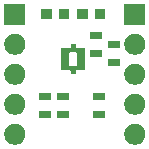
<source format=gbr>
G04 #@! TF.GenerationSoftware,KiCad,Pcbnew,(5.1.6-14-g3ac0951e1-dirty)*
G04 #@! TF.CreationDate,2021-04-17T10:51:59+02:00*
G04 #@! TF.ProjectId,A003.0000017200_DM.ADS7142.BOB,41303033-2e30-4303-9030-303137323030,rev?*
G04 #@! TF.SameCoordinates,Original*
G04 #@! TF.FileFunction,Soldermask,Top*
G04 #@! TF.FilePolarity,Negative*
%FSLAX46Y46*%
G04 Gerber Fmt 4.6, Leading zero omitted, Abs format (unit mm)*
G04 Created by KiCad (PCBNEW (5.1.6-14-g3ac0951e1-dirty)) date 2021-04-17 10:51:59*
%MOMM*%
%LPD*%
G01*
G04 APERTURE LIST*
%ADD10C,0.100000*%
G04 APERTURE END LIST*
D10*
G36*
X137422520Y-85367586D02*
G01*
X137586310Y-85435430D01*
X137733717Y-85533924D01*
X137859076Y-85659283D01*
X137957570Y-85806690D01*
X138025414Y-85970480D01*
X138060000Y-86144358D01*
X138060000Y-86321642D01*
X138025414Y-86495520D01*
X137957570Y-86659310D01*
X137859076Y-86806717D01*
X137733717Y-86932076D01*
X137586310Y-87030570D01*
X137586309Y-87030571D01*
X137586308Y-87030571D01*
X137422520Y-87098414D01*
X137248644Y-87133000D01*
X137071356Y-87133000D01*
X136897480Y-87098414D01*
X136733692Y-87030571D01*
X136733691Y-87030571D01*
X136733690Y-87030570D01*
X136586283Y-86932076D01*
X136460924Y-86806717D01*
X136362430Y-86659310D01*
X136294586Y-86495520D01*
X136260000Y-86321642D01*
X136260000Y-86144358D01*
X136294586Y-85970480D01*
X136362430Y-85806690D01*
X136460924Y-85659283D01*
X136586283Y-85533924D01*
X136733690Y-85435430D01*
X136897480Y-85367586D01*
X137071356Y-85333000D01*
X137248644Y-85333000D01*
X137422520Y-85367586D01*
G37*
G36*
X127262520Y-85367586D02*
G01*
X127426310Y-85435430D01*
X127573717Y-85533924D01*
X127699076Y-85659283D01*
X127797570Y-85806690D01*
X127865414Y-85970480D01*
X127900000Y-86144358D01*
X127900000Y-86321642D01*
X127865414Y-86495520D01*
X127797570Y-86659310D01*
X127699076Y-86806717D01*
X127573717Y-86932076D01*
X127426310Y-87030570D01*
X127426309Y-87030571D01*
X127426308Y-87030571D01*
X127262520Y-87098414D01*
X127088644Y-87133000D01*
X126911356Y-87133000D01*
X126737480Y-87098414D01*
X126573692Y-87030571D01*
X126573691Y-87030571D01*
X126573690Y-87030570D01*
X126426283Y-86932076D01*
X126300924Y-86806717D01*
X126202430Y-86659310D01*
X126134586Y-86495520D01*
X126100000Y-86321642D01*
X126100000Y-86144358D01*
X126134586Y-85970480D01*
X126202430Y-85806690D01*
X126300924Y-85659283D01*
X126426283Y-85533924D01*
X126573690Y-85435430D01*
X126737480Y-85367586D01*
X126911356Y-85333000D01*
X127088644Y-85333000D01*
X127262520Y-85367586D01*
G37*
G36*
X131564000Y-84870000D02*
G01*
X130564000Y-84870000D01*
X130564000Y-84270000D01*
X131564000Y-84270000D01*
X131564000Y-84870000D01*
G37*
G36*
X134612000Y-84870000D02*
G01*
X133612000Y-84870000D01*
X133612000Y-84270000D01*
X134612000Y-84270000D01*
X134612000Y-84870000D01*
G37*
G36*
X130040000Y-84870000D02*
G01*
X129040000Y-84870000D01*
X129040000Y-84270000D01*
X130040000Y-84270000D01*
X130040000Y-84870000D01*
G37*
G36*
X127262520Y-82827586D02*
G01*
X127426310Y-82895430D01*
X127573717Y-82993924D01*
X127699076Y-83119283D01*
X127797570Y-83266690D01*
X127865414Y-83430480D01*
X127900000Y-83604358D01*
X127900000Y-83781642D01*
X127865414Y-83955520D01*
X127797570Y-84119310D01*
X127699076Y-84266717D01*
X127573717Y-84392076D01*
X127426310Y-84490570D01*
X127426309Y-84490571D01*
X127426308Y-84490571D01*
X127262520Y-84558414D01*
X127088644Y-84593000D01*
X126911356Y-84593000D01*
X126737480Y-84558414D01*
X126573692Y-84490571D01*
X126573691Y-84490571D01*
X126573690Y-84490570D01*
X126426283Y-84392076D01*
X126300924Y-84266717D01*
X126202430Y-84119310D01*
X126134586Y-83955520D01*
X126100000Y-83781642D01*
X126100000Y-83604358D01*
X126134586Y-83430480D01*
X126202430Y-83266690D01*
X126300924Y-83119283D01*
X126426283Y-82993924D01*
X126573690Y-82895430D01*
X126737480Y-82827586D01*
X126911356Y-82793000D01*
X127088644Y-82793000D01*
X127262520Y-82827586D01*
G37*
G36*
X137422520Y-82827586D02*
G01*
X137586310Y-82895430D01*
X137733717Y-82993924D01*
X137859076Y-83119283D01*
X137957570Y-83266690D01*
X138025414Y-83430480D01*
X138060000Y-83604358D01*
X138060000Y-83781642D01*
X138025414Y-83955520D01*
X137957570Y-84119310D01*
X137859076Y-84266717D01*
X137733717Y-84392076D01*
X137586310Y-84490570D01*
X137586309Y-84490571D01*
X137586308Y-84490571D01*
X137422520Y-84558414D01*
X137248644Y-84593000D01*
X137071356Y-84593000D01*
X136897480Y-84558414D01*
X136733692Y-84490571D01*
X136733691Y-84490571D01*
X136733690Y-84490570D01*
X136586283Y-84392076D01*
X136460924Y-84266717D01*
X136362430Y-84119310D01*
X136294586Y-83955520D01*
X136260000Y-83781642D01*
X136260000Y-83604358D01*
X136294586Y-83430480D01*
X136362430Y-83266690D01*
X136460924Y-83119283D01*
X136586283Y-82993924D01*
X136733690Y-82895430D01*
X136897480Y-82827586D01*
X137071356Y-82793000D01*
X137248644Y-82793000D01*
X137422520Y-82827586D01*
G37*
G36*
X131564000Y-83370000D02*
G01*
X130564000Y-83370000D01*
X130564000Y-82770000D01*
X131564000Y-82770000D01*
X131564000Y-83370000D01*
G37*
G36*
X130040000Y-83370000D02*
G01*
X129040000Y-83370000D01*
X129040000Y-82770000D01*
X130040000Y-82770000D01*
X130040000Y-83370000D01*
G37*
G36*
X134612000Y-83370000D02*
G01*
X133612000Y-83370000D01*
X133612000Y-82770000D01*
X134612000Y-82770000D01*
X134612000Y-83370000D01*
G37*
G36*
X137422520Y-80287586D02*
G01*
X137586310Y-80355430D01*
X137733717Y-80453924D01*
X137859076Y-80579283D01*
X137957570Y-80726690D01*
X137957571Y-80726692D01*
X138025414Y-80890480D01*
X138033872Y-80932999D01*
X138060000Y-81064358D01*
X138060000Y-81241642D01*
X138025414Y-81415520D01*
X137957570Y-81579310D01*
X137859076Y-81726717D01*
X137733717Y-81852076D01*
X137586310Y-81950570D01*
X137586309Y-81950571D01*
X137586308Y-81950571D01*
X137422520Y-82018414D01*
X137248644Y-82053000D01*
X137071356Y-82053000D01*
X136897480Y-82018414D01*
X136733692Y-81950571D01*
X136733691Y-81950571D01*
X136733690Y-81950570D01*
X136586283Y-81852076D01*
X136460924Y-81726717D01*
X136362430Y-81579310D01*
X136294586Y-81415520D01*
X136260000Y-81241642D01*
X136260000Y-81064358D01*
X136286129Y-80932999D01*
X136294586Y-80890480D01*
X136362429Y-80726692D01*
X136362430Y-80726690D01*
X136460924Y-80579283D01*
X136586283Y-80453924D01*
X136733690Y-80355430D01*
X136897480Y-80287586D01*
X137071356Y-80253000D01*
X137248644Y-80253000D01*
X137422520Y-80287586D01*
G37*
G36*
X127262520Y-80287586D02*
G01*
X127426310Y-80355430D01*
X127573717Y-80453924D01*
X127699076Y-80579283D01*
X127797570Y-80726690D01*
X127797571Y-80726692D01*
X127865414Y-80890480D01*
X127873872Y-80932999D01*
X127900000Y-81064358D01*
X127900000Y-81241642D01*
X127865414Y-81415520D01*
X127797570Y-81579310D01*
X127699076Y-81726717D01*
X127573717Y-81852076D01*
X127426310Y-81950570D01*
X127426309Y-81950571D01*
X127426308Y-81950571D01*
X127262520Y-82018414D01*
X127088644Y-82053000D01*
X126911356Y-82053000D01*
X126737480Y-82018414D01*
X126573692Y-81950571D01*
X126573691Y-81950571D01*
X126573690Y-81950570D01*
X126426283Y-81852076D01*
X126300924Y-81726717D01*
X126202430Y-81579310D01*
X126134586Y-81415520D01*
X126100000Y-81241642D01*
X126100000Y-81064358D01*
X126126129Y-80932999D01*
X126134586Y-80890480D01*
X126202429Y-80726692D01*
X126202430Y-80726690D01*
X126300924Y-80579283D01*
X126426283Y-80453924D01*
X126573690Y-80355430D01*
X126737480Y-80287586D01*
X126911356Y-80253000D01*
X127088644Y-80253000D01*
X127262520Y-80287586D01*
G37*
G36*
X132152999Y-78833001D02*
G01*
X132155401Y-78857387D01*
X132162514Y-78880836D01*
X132174065Y-78902447D01*
X132189610Y-78921389D01*
X132208552Y-78936934D01*
X132230163Y-78948485D01*
X132253612Y-78955598D01*
X132277998Y-78958000D01*
X132952999Y-78958000D01*
X132952999Y-80808000D01*
X132277998Y-80808000D01*
X132253612Y-80810402D01*
X132230163Y-80817515D01*
X132208552Y-80829066D01*
X132189610Y-80844611D01*
X132174065Y-80863553D01*
X132162514Y-80885164D01*
X132155401Y-80908613D01*
X132152999Y-80932999D01*
X132152999Y-81133000D01*
X131753001Y-81133000D01*
X131753001Y-80932999D01*
X131750599Y-80908613D01*
X131743486Y-80885164D01*
X131731935Y-80863553D01*
X131716390Y-80844611D01*
X131697448Y-80829066D01*
X131675837Y-80817515D01*
X131652388Y-80810402D01*
X131628002Y-80808000D01*
X130953001Y-80808000D01*
X130953001Y-79432999D01*
X131602999Y-79432999D01*
X131602999Y-80333001D01*
X131605401Y-80357387D01*
X131612514Y-80380836D01*
X131624065Y-80402447D01*
X131639610Y-80421389D01*
X131658552Y-80436934D01*
X131680163Y-80448485D01*
X131703612Y-80455598D01*
X131727998Y-80458000D01*
X132178002Y-80458000D01*
X132202388Y-80455598D01*
X132225837Y-80448485D01*
X132247448Y-80436934D01*
X132266390Y-80421389D01*
X132281935Y-80402447D01*
X132293486Y-80380836D01*
X132300599Y-80357387D01*
X132303001Y-80333001D01*
X132303001Y-79432999D01*
X132300599Y-79408613D01*
X132293486Y-79385164D01*
X132281935Y-79363553D01*
X132266390Y-79344611D01*
X132247448Y-79329066D01*
X132225837Y-79317515D01*
X132202388Y-79310402D01*
X132178002Y-79308000D01*
X131727998Y-79308000D01*
X131703612Y-79310402D01*
X131680163Y-79317515D01*
X131658552Y-79329066D01*
X131639610Y-79344611D01*
X131624065Y-79363553D01*
X131612514Y-79385164D01*
X131605401Y-79408613D01*
X131602999Y-79432999D01*
X130953001Y-79432999D01*
X130953001Y-78958000D01*
X131628002Y-78958000D01*
X131652388Y-78955598D01*
X131675837Y-78948485D01*
X131697448Y-78936934D01*
X131716390Y-78921389D01*
X131731935Y-78902447D01*
X131743486Y-78880836D01*
X131750599Y-78857387D01*
X131753001Y-78833001D01*
X131753001Y-78633000D01*
X132152999Y-78633000D01*
X132152999Y-78833001D01*
G37*
G36*
X135882000Y-80425000D02*
G01*
X134882000Y-80425000D01*
X134882000Y-79825000D01*
X135882000Y-79825000D01*
X135882000Y-80425000D01*
G37*
G36*
X134358000Y-79663000D02*
G01*
X133358000Y-79663000D01*
X133358000Y-79063000D01*
X134358000Y-79063000D01*
X134358000Y-79663000D01*
G37*
G36*
X137422520Y-77747586D02*
G01*
X137586310Y-77815430D01*
X137733717Y-77913924D01*
X137859076Y-78039283D01*
X137957570Y-78186690D01*
X137957571Y-78186692D01*
X138025414Y-78350480D01*
X138060000Y-78524356D01*
X138060000Y-78701644D01*
X138025414Y-78875520D01*
X138014261Y-78902447D01*
X137957570Y-79039310D01*
X137859076Y-79186717D01*
X137733717Y-79312076D01*
X137586310Y-79410570D01*
X137586309Y-79410571D01*
X137586308Y-79410571D01*
X137422520Y-79478414D01*
X137248644Y-79513000D01*
X137071356Y-79513000D01*
X136897480Y-79478414D01*
X136733692Y-79410571D01*
X136733691Y-79410571D01*
X136733690Y-79410570D01*
X136586283Y-79312076D01*
X136460924Y-79186717D01*
X136362430Y-79039310D01*
X136305740Y-78902447D01*
X136294586Y-78875520D01*
X136260000Y-78701644D01*
X136260000Y-78524356D01*
X136294586Y-78350480D01*
X136362429Y-78186692D01*
X136362430Y-78186690D01*
X136460924Y-78039283D01*
X136586283Y-77913924D01*
X136733690Y-77815430D01*
X136897480Y-77747586D01*
X137071356Y-77713000D01*
X137248644Y-77713000D01*
X137422520Y-77747586D01*
G37*
G36*
X127262520Y-77747586D02*
G01*
X127426310Y-77815430D01*
X127573717Y-77913924D01*
X127699076Y-78039283D01*
X127797570Y-78186690D01*
X127797571Y-78186692D01*
X127865414Y-78350480D01*
X127900000Y-78524356D01*
X127900000Y-78701644D01*
X127865414Y-78875520D01*
X127854261Y-78902447D01*
X127797570Y-79039310D01*
X127699076Y-79186717D01*
X127573717Y-79312076D01*
X127426310Y-79410570D01*
X127426309Y-79410571D01*
X127426308Y-79410571D01*
X127262520Y-79478414D01*
X127088644Y-79513000D01*
X126911356Y-79513000D01*
X126737480Y-79478414D01*
X126573692Y-79410571D01*
X126573691Y-79410571D01*
X126573690Y-79410570D01*
X126426283Y-79312076D01*
X126300924Y-79186717D01*
X126202430Y-79039310D01*
X126145740Y-78902447D01*
X126134586Y-78875520D01*
X126100000Y-78701644D01*
X126100000Y-78524356D01*
X126134586Y-78350480D01*
X126202429Y-78186692D01*
X126202430Y-78186690D01*
X126300924Y-78039283D01*
X126426283Y-77913924D01*
X126573690Y-77815430D01*
X126737480Y-77747586D01*
X126911356Y-77713000D01*
X127088644Y-77713000D01*
X127262520Y-77747586D01*
G37*
G36*
X135882000Y-78925000D02*
G01*
X134882000Y-78925000D01*
X134882000Y-78325000D01*
X135882000Y-78325000D01*
X135882000Y-78925000D01*
G37*
G36*
X134358000Y-78163000D02*
G01*
X133358000Y-78163000D01*
X133358000Y-77563000D01*
X134358000Y-77563000D01*
X134358000Y-78163000D01*
G37*
G36*
X138060000Y-76973000D02*
G01*
X136260000Y-76973000D01*
X136260000Y-75173000D01*
X138060000Y-75173000D01*
X138060000Y-76973000D01*
G37*
G36*
X127900000Y-76973000D02*
G01*
X126100000Y-76973000D01*
X126100000Y-75173000D01*
X127900000Y-75173000D01*
X127900000Y-76973000D01*
G37*
G36*
X130129000Y-76498000D02*
G01*
X129229000Y-76498000D01*
X129229000Y-75648000D01*
X130129000Y-75648000D01*
X130129000Y-76498000D01*
G37*
G36*
X131629000Y-76498000D02*
G01*
X130729000Y-76498000D01*
X130729000Y-75648000D01*
X131629000Y-75648000D01*
X131629000Y-76498000D01*
G37*
G36*
X133177000Y-76498000D02*
G01*
X132277000Y-76498000D01*
X132277000Y-75648000D01*
X133177000Y-75648000D01*
X133177000Y-76498000D01*
G37*
G36*
X134677000Y-76498000D02*
G01*
X133777000Y-76498000D01*
X133777000Y-75648000D01*
X134677000Y-75648000D01*
X134677000Y-76498000D01*
G37*
M02*

</source>
